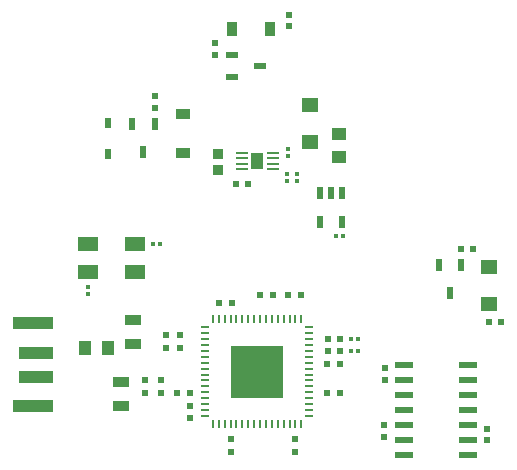
<source format=gtp>
G04 Layer_Color=8421504*
%FSLAX43Y43*%
%MOMM*%
G71*
G01*
G75*
%ADD10R,3.000X1.120*%
%ADD11R,3.500X1.120*%
%ADD12R,0.600X0.600*%
%ADD13R,1.500X0.600*%
%ADD14R,0.600X0.600*%
%ADD15R,0.850X0.850*%
%ADD16R,0.300X0.300*%
%ADD17R,0.300X0.300*%
%ADD18R,1.120X1.350*%
%ADD19R,1.000X0.200*%
%ADD20O,0.800X0.250*%
%ADD21O,0.250X0.800*%
%ADD22R,4.400X4.400*%
%ADD23R,0.600X1.000*%
%ADD24R,1.400X0.950*%
%ADD25R,1.250X1.000*%
%ADD26R,1.000X1.250*%
%ADD27R,0.500X0.850*%
%ADD28R,1.220X0.910*%
%ADD29R,1.400X1.200*%
%ADD30R,0.910X1.220*%
%ADD31R,1.000X0.600*%
%ADD32R,1.800X1.200*%
D10*
X3625Y13725D02*
D03*
Y15725D02*
D03*
D11*
X3375Y11225D02*
D03*
Y18225D02*
D03*
D12*
X41825Y8325D02*
D03*
Y9325D02*
D03*
X14225Y12350D02*
D03*
Y13450D02*
D03*
X15825Y17225D02*
D03*
Y16125D02*
D03*
X12825Y12350D02*
D03*
Y13450D02*
D03*
X14675Y17250D02*
D03*
Y16150D02*
D03*
X25600Y7350D02*
D03*
Y8450D02*
D03*
X20125Y7325D02*
D03*
Y8425D02*
D03*
X25050Y43375D02*
D03*
Y44375D02*
D03*
X13700Y37500D02*
D03*
Y36500D02*
D03*
X16650Y11225D02*
D03*
Y10225D02*
D03*
X18800Y41975D02*
D03*
Y40975D02*
D03*
X33100Y9625D02*
D03*
Y8625D02*
D03*
X33150Y13425D02*
D03*
Y14425D02*
D03*
D13*
X34775Y14685D02*
D03*
Y13415D02*
D03*
Y12145D02*
D03*
Y10875D02*
D03*
Y9605D02*
D03*
Y8335D02*
D03*
Y7065D02*
D03*
X40175Y14685D02*
D03*
Y13415D02*
D03*
Y12145D02*
D03*
Y10875D02*
D03*
Y9605D02*
D03*
Y8335D02*
D03*
Y7065D02*
D03*
D14*
X29400Y14825D02*
D03*
X28300D02*
D03*
X20200Y19925D02*
D03*
X19100D02*
D03*
X29400Y12325D02*
D03*
X28300D02*
D03*
X15550D02*
D03*
X16650D02*
D03*
X23725Y20675D02*
D03*
X22625D02*
D03*
X26100D02*
D03*
X25000D02*
D03*
X43025Y18350D02*
D03*
X42025D02*
D03*
X21550Y30050D02*
D03*
X20550D02*
D03*
X28375Y15875D02*
D03*
X29375D02*
D03*
X28375Y16925D02*
D03*
X29375D02*
D03*
X39650Y24550D02*
D03*
X40650D02*
D03*
D15*
X19075Y31200D02*
D03*
Y32600D02*
D03*
D16*
X13550Y24975D02*
D03*
X14150D02*
D03*
X29600Y25600D02*
D03*
X29000D02*
D03*
X30925Y15875D02*
D03*
X30325D02*
D03*
X30925Y16925D02*
D03*
X30325D02*
D03*
D17*
X8000Y21325D02*
D03*
Y20725D02*
D03*
X24950Y32375D02*
D03*
Y32975D02*
D03*
X24900Y30900D02*
D03*
Y30300D02*
D03*
X25700Y30900D02*
D03*
Y30300D02*
D03*
D18*
X22375Y31975D02*
D03*
D19*
X23685Y31300D02*
D03*
Y31750D02*
D03*
Y32200D02*
D03*
Y32650D02*
D03*
X21065Y31300D02*
D03*
Y31750D02*
D03*
Y32200D02*
D03*
Y32650D02*
D03*
D20*
X17925Y17900D02*
D03*
Y17400D02*
D03*
Y16900D02*
D03*
Y16400D02*
D03*
Y15900D02*
D03*
Y15400D02*
D03*
Y14900D02*
D03*
Y14400D02*
D03*
Y13900D02*
D03*
Y13400D02*
D03*
Y12900D02*
D03*
Y12400D02*
D03*
Y11900D02*
D03*
Y11400D02*
D03*
Y10900D02*
D03*
Y10400D02*
D03*
X26775D02*
D03*
Y10900D02*
D03*
Y11400D02*
D03*
Y11900D02*
D03*
Y12400D02*
D03*
Y12900D02*
D03*
Y13400D02*
D03*
Y13900D02*
D03*
Y14400D02*
D03*
Y14900D02*
D03*
Y15400D02*
D03*
Y15900D02*
D03*
Y16400D02*
D03*
Y16900D02*
D03*
Y17400D02*
D03*
Y17900D02*
D03*
D21*
X18600Y9725D02*
D03*
X19100D02*
D03*
X19600D02*
D03*
X20100D02*
D03*
X20600D02*
D03*
X21100D02*
D03*
X21600D02*
D03*
X22100D02*
D03*
X22600D02*
D03*
X23100D02*
D03*
X23600D02*
D03*
X24100D02*
D03*
X24600D02*
D03*
X25100D02*
D03*
X25600D02*
D03*
X26100D02*
D03*
Y18575D02*
D03*
X25600D02*
D03*
X25100D02*
D03*
X24600D02*
D03*
X24100D02*
D03*
X23600D02*
D03*
X23100D02*
D03*
X22600D02*
D03*
X22100D02*
D03*
X21600D02*
D03*
X21100D02*
D03*
X20600D02*
D03*
X20100D02*
D03*
X19600D02*
D03*
X19100D02*
D03*
X18600D02*
D03*
D22*
X22350Y14150D02*
D03*
D23*
X29575Y26850D02*
D03*
X27675D02*
D03*
Y29250D02*
D03*
X28625D02*
D03*
X29575D02*
D03*
X12725Y32700D02*
D03*
X11775Y35100D02*
D03*
X13675D02*
D03*
X38700Y20775D02*
D03*
X37750Y23175D02*
D03*
X39650D02*
D03*
D24*
X11825Y18475D02*
D03*
Y16475D02*
D03*
X10850Y11225D02*
D03*
Y13225D02*
D03*
D25*
X29325Y32300D02*
D03*
Y34300D02*
D03*
D26*
X9750Y16175D02*
D03*
X7750D02*
D03*
D27*
X9750Y32575D02*
D03*
Y35175D02*
D03*
D28*
X16075Y32675D02*
D03*
Y35950D02*
D03*
D29*
X26800Y36725D02*
D03*
Y33625D02*
D03*
X42025Y23000D02*
D03*
Y19900D02*
D03*
D30*
X23475Y43125D02*
D03*
X20200D02*
D03*
D31*
X22600Y40000D02*
D03*
X20200Y39050D02*
D03*
Y40950D02*
D03*
D32*
X12000Y24975D02*
D03*
X8000D02*
D03*
Y22575D02*
D03*
X12000D02*
D03*
M02*

</source>
